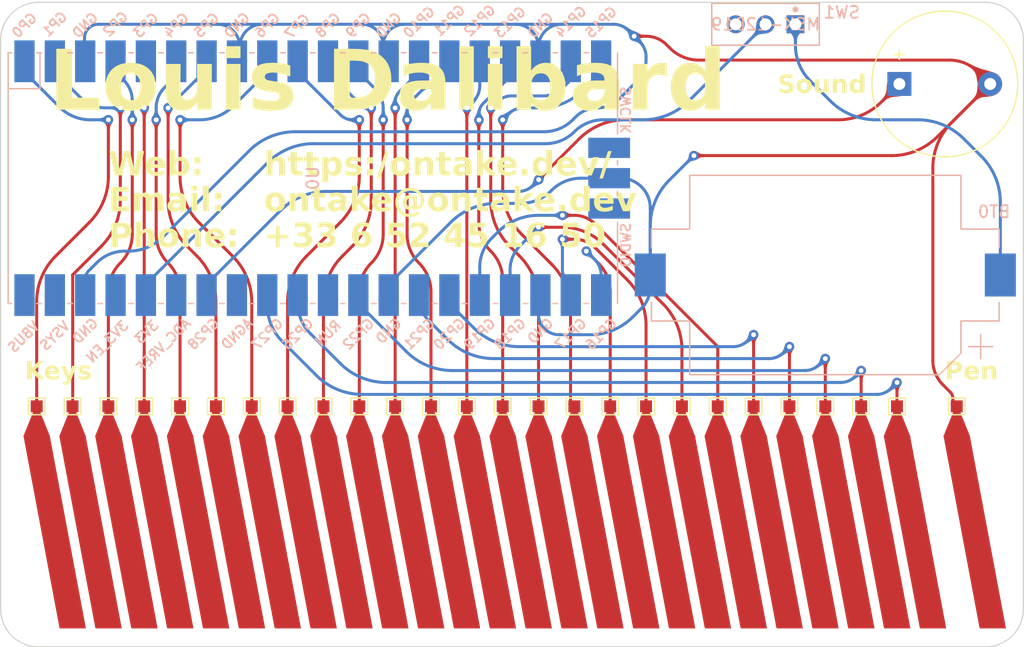
<source format=kicad_pcb>
(kicad_pcb (version 20221018) (generator pcbnew)

  (general
    (thickness 1.6)
  )

  (paper "A4")
  (title_block
    (title "Buisiness Card Synth")
    (date "2023-05-04")
    (rev "1")
    (company "ontake.dev")
  )

  (layers
    (0 "F.Cu" signal)
    (31 "B.Cu" signal)
    (32 "B.Adhes" user "B.Adhesive")
    (33 "F.Adhes" user "F.Adhesive")
    (34 "B.Paste" user)
    (35 "F.Paste" user)
    (36 "B.SilkS" user "B.Silkscreen")
    (37 "F.SilkS" user "F.Silkscreen")
    (38 "B.Mask" user)
    (39 "F.Mask" user)
    (40 "Dwgs.User" user "User.Drawings")
    (41 "Cmts.User" user "User.Comments")
    (42 "Eco1.User" user "User.Eco1")
    (43 "Eco2.User" user "User.Eco2")
    (44 "Edge.Cuts" user)
    (45 "Margin" user)
    (46 "B.CrtYd" user "B.Courtyard")
    (47 "F.CrtYd" user "F.Courtyard")
    (48 "B.Fab" user)
    (49 "F.Fab" user)
    (50 "User.1" user)
    (51 "User.2" user)
    (52 "User.3" user)
    (53 "User.4" user)
    (54 "User.5" user)
    (55 "User.6" user)
    (56 "User.7" user)
    (57 "User.8" user)
    (58 "User.9" user)
  )

  (setup
    (pad_to_mask_clearance 0)
    (pcbplotparams
      (layerselection 0x00010fc_ffffffff)
      (plot_on_all_layers_selection 0x0000000_00000000)
      (disableapertmacros false)
      (usegerberextensions false)
      (usegerberattributes true)
      (usegerberadvancedattributes true)
      (creategerberjobfile true)
      (dashed_line_dash_ratio 12.000000)
      (dashed_line_gap_ratio 3.000000)
      (svgprecision 6)
      (plotframeref false)
      (viasonmask false)
      (mode 1)
      (useauxorigin false)
      (hpglpennumber 1)
      (hpglpenspeed 20)
      (hpglpendiameter 15.000000)
      (dxfpolygonmode true)
      (dxfimperialunits true)
      (dxfusepcbnewfont true)
      (psnegative false)
      (psa4output false)
      (plotreference true)
      (plotvalue true)
      (plotinvisibletext false)
      (sketchpadsonfab false)
      (subtractmaskfromsilk false)
      (outputformat 1)
      (mirror false)
      (drillshape 1)
      (scaleselection 1)
      (outputdirectory "")
    )
  )

  (net 0 "")
  (net 1 "Net-(BT0-+)")
  (net 2 "GND")
  (net 3 "Net-(BZ1--)")
  (net 4 "+3V0")
  (net 5 "unconnected-(SW1-C-Pad3)")
  (net 6 "Net-(U0-GPIO0)")
  (net 7 "Net-(U0-GPIO1)")
  (net 8 "Net-(U0-GPIO2)")
  (net 9 "Net-(U0-GPIO3)")
  (net 10 "Net-(U0-GPIO4)")
  (net 11 "Net-(U0-GPIO5)")
  (net 12 "Net-(U0-GPIO6)")
  (net 13 "Net-(U0-GPIO7)")
  (net 14 "Net-(U0-GPIO8)")
  (net 15 "Net-(U0-GPIO9)")
  (net 16 "Net-(U0-GPIO10)")
  (net 17 "Net-(U0-GPIO11)")
  (net 18 "Net-(U0-GPIO12)")
  (net 19 "Net-(U0-GPIO13)")
  (net 20 "Net-(U0-GPIO14)")
  (net 21 "Net-(U0-GPIO15)")
  (net 22 "Net-(U0-GPIO16)")
  (net 23 "Net-(U0-GPIO17)")
  (net 24 "Net-(U0-GPIO18)")
  (net 25 "Net-(U0-GPIO19)")
  (net 26 "Net-(U0-GPIO20)")
  (net 27 "Net-(U0-GPIO21)")
  (net 28 "Net-(U0-GPIO22)")
  (net 29 "Net-(U0-GPIO26_ADC0)")
  (net 30 "Net-(U0-GPIO27_ADC1)")
  (net 31 "unconnected-(U0-RUN-Pad30)")
  (net 32 "unconnected-(U0-AGND-Pad33)")
  (net 33 "unconnected-(U0-ADC_VREF-Pad35)")
  (net 34 "unconnected-(U0-3V3_EN-Pad37)")
  (net 35 "unconnected-(U0-VSYS-Pad39)")
  (net 36 "unconnected-(U0-VBUS-Pad40)")
  (net 37 "unconnected-(U0-SWCLK-Pad41)")
  (net 38 "unconnected-(U0-SWDIO-Pad43)")

  (footprint "Library:BuisinessCardKey" (layer "F.Cu") (at 212 61))

  (footprint "Library:BuisinessCardKey" (layer "F.Cu") (at 206 61))

  (footprint "Library:BuisinessCardKey" (layer "F.Cu") (at 233 61))

  (footprint "Buzzer_Beeper:Buzzer_12x9.5RM7.6" (layer "F.Cu") (at 266.2 34))

  (footprint "Library:BuisinessCardKey" (layer "F.Cu") (at 227 61))

  (footprint "Library:BuisinessCardKey" (layer "F.Cu") (at 239 61))

  (footprint "Library:BuisinessCardKey" (layer "F.Cu") (at 271 61))

  (footprint "Library:BuisinessCardKey" (layer "F.Cu") (at 194 61))

  (footprint "Library:BuisinessCardKey" (layer "F.Cu") (at 224 61))

  (footprint "Library:BuisinessCardKey" (layer "F.Cu") (at 197 61))

  (footprint "Library:BuisinessCardKey" (layer "F.Cu") (at 254 61))

  (footprint "Library:BuisinessCardKey" (layer "F.Cu") (at 242 61))

  (footprint "Library:BuisinessCardKey" (layer "F.Cu") (at 248 61))

  (footprint "Library:BuisinessCardKey" (layer "F.Cu") (at 260 61))

  (footprint "Library:BuisinessCardKey" (layer "F.Cu") (at 245 61))

  (footprint "Library:BuisinessCardKey" (layer "F.Cu") (at 215 61))

  (footprint "Library:BuisinessCardKey" (layer "F.Cu") (at 257 61))

  (footprint "Library:BuisinessCardKey" (layer "F.Cu") (at 218 61))

  (footprint "Library:BuisinessCardKey" (layer "F.Cu") (at 236 61))

  (footprint "Library:BuisinessCardKey" (layer "F.Cu") (at 263 61))

  (footprint "Library:BuisinessCardKey" (layer "F.Cu") (at 251 61))

  (footprint "Library:BuisinessCardKey" (layer "F.Cu") (at 230 61))

  (footprint "Library:BuisinessCardKey" (layer "F.Cu") (at 221 61))

  (footprint "Library:BuisinessCardKey" (layer "F.Cu") (at 209 61))

  (footprint "Library:BuisinessCardKey" (layer "F.Cu") (at 266 61))

  (footprint "Library:BuisinessCardKey" (layer "F.Cu") (at 203 61))

  (footprint "Library:BuisinessCardKey" (layer "F.Cu") (at 200 61))

  (footprint "Battery:BatteryHolder_Keystone_1060_1x2032" (layer "B.Cu") (at 260 50 180))

  (footprint "eec:MSK-12D19" (layer "B.Cu") (at 255 29 180))

  (footprint "MCU_RaspberryPi_and_Boards:RPi_Pico_SMD_TH" (layer "B.Cu") (at 217.11 41.89 -90))

  (gr_arc (start 194.155 81.14) (mid 191.909936 80.210064) (end 190.98 77.965)
    (stroke (width 0.1) (type default)) (layer "Edge.Cuts") (tstamp 1e166c16-f493-42e3-a697-acf322ec3e11))
  (gr_arc (start 190.98 30.335) (mid 191.909936 28.089936) (end 194.155 27.16)
    (stroke (width 0.1) (type default)) (layer "Edge.Cuts") (tstamp 322652a7-bb84-4ad1-a0e0-7ebea0574084))
  (gr_arc (start 273.405 27.16) (mid 275.650064 28.089936) (end 276.58 30.335)
    (stroke (width 0.1) (type default)) (layer "Edge.Cuts") (tstamp 33efbf1b-129a-43c8-8089-d1f770b75b3f))
  (gr_line (start 276.58 30.335) (end 276.58 77.965)
    (stroke (width 0.1) (type default)) (layer "Edge.Cuts") (tstamp 6037ea68-982c-4fc7-a012-93011a735720))
  (gr_line (start 190.98 77.965) (end 190.98 30.335)
    (stroke (width 0.1) (type default)) (layer "Edge.Cuts") (tstamp 70cbc4b7-13d2-4bad-b1c6-84f9be020eda))
  (gr_line (start 194.155 27.16) (end 273.405 27.16)
    (stroke (width 0.1) (type default)) (layer "Edge.Cuts") (tstamp 7a1ef152-d33e-4588-b49d-3930ec7e0a52))
  (gr_line (start 273.405 81.14) (end 194.155 81.14)
    (stroke (width 0.1) (type default)) (layer "Edge.Cuts") (tstamp 81aa6b88-c6b1-4f08-b2ce-4863a75c225e))
  (gr_arc (start 276.58 77.965) (mid 275.650064 80.210064) (end 273.405 81.14)
    (stroke (width 0.1) (type default)) (layer "Edge.Cuts") (tstamp 9699dec5-b4c9-40aa-ac9a-1dc5c06d9f4c))
  (gr_text "https:/ontake.dev/" (at 213 42) (layer "F.SilkS") (tstamp 20db9403-f8b0-4ca0-a567-a567935cc919)
    (effects (font (face "Begika") (size 2 2) (thickness 0.3) bold) (justify left bottom))
    (render_cache "https:/ontake.dev/" 0
      (polygon
        (pts
          (xy 214.27397 41.50173)          (xy 214.272315 41.524514)          (xy 214.267414 41.545793)          (xy 214.259364 41.565297)
          (xy 214.248264 41.582758)          (xy 214.234209 41.597906)          (xy 214.217298 41.610472)          (xy 214.197628 41.620187)
          (xy 214.175296 41.626782)          (xy 214.102512 41.66)          (xy 215.005722 41.66)          (xy 214.932937 41.626782)
          (xy 214.910605 41.620187)          (xy 214.890935 41.610472)          (xy 214.874024 41.597906)          (xy 214.85997 41.582758)
          (xy 214.848869 41.565297)          (xy 214.84082 41.545793)          (xy 214.835919 41.524514)          (xy 214.834263 41.50173)
          (xy 214.834263 40.617083)          (xy 214.833771 40.590776)          (xy 214.832295 40.564994)          (xy 214.829836 40.539757)
          (xy 214.826394 40.515084)          (xy 214.821971 40.490997)          (xy 214.816566 40.467516)          (xy 214.810181 40.44466)
          (xy 214.802817 40.422452)          (xy 214.794474 40.40091)          (xy 214.785152 40.380055)          (xy 214.774853 40.359908)
          (xy 214.763578 40.340489)          (xy 214.751326 40.321819)          (xy 214.738099 40.303917)          (xy 214.723898 40.286805)
          (xy 214.708722 40.270502)          (xy 214.692574 40.255029)          (xy 214.675453 40.240407)          (xy 214.65736 40.226656)
          (xy 214.638297 40.213796)          (xy 214.618263 40.201847)          (xy 214.597259 40.190831)          (xy 214.575287 40.180766)
          (xy 214.552346 40.171675)          (xy 214.528438 40.163577)          (xy 214.503563 40.156493)          (xy 214.477723 40.150442)
          (xy 214.450917 40.145446)          (xy 214.423146 40.141524)          (xy 214.394411 40.138698)          (xy 214.364714 40.136987)
          (xy 214.334054 40.136413)          (xy 214.307581 40.136834)          (xy 214.281481 40.138082)          (xy 214.255769 40.140134)
          (xy 214.230463 40.142967)          (xy 214.205581 40.146558)          (xy 214.181139 40.150883)          (xy 214.157155 40.15592)
          (xy 214.133645 40.161646)          (xy 214.110627 40.168037)          (xy 214.088117 40.17507)          (xy 214.066133 40.182723)
          (xy 214.044692 40.190972)          (xy 214.023811 40.199794)          (xy 214.003507 40.209167)          (xy 213.983797 40.219066)
          (xy 213.964698 40.229469)          (xy 213.946227 40.240353)          (xy 213.928402 40.251695)          (xy 213.911239 40.263472)
          (xy 213.894756 40.27566)          (xy 213.878969 40.288236)          (xy 213.863896 40.301179)          (xy 213.849553 40.314463)
          (xy 213.823129 40.341967)          (xy 213.799833 40.370564)          (xy 213.779802 40.400068)          (xy 213.763172 40.430296)
          (xy 213.756175 40.445624)          (xy 213.756175 39.57905)          (xy 213.709769 39.57905)          (xy 213.689898 39.58631)
          (xy 213.670461 39.593259)          (xy 213.651408 39.599904)          (xy 213.632688 39.606254)          (xy 213.596047 39.618106)
          (xy 213.56014 39.628884)          (xy 213.524564 39.638657)          (xy 213.48892 39.647495)          (xy 213.452807 39.655467)
          (xy 213.415823 39.662643)          (xy 213.377568 39.669091)          (xy 213.357839 39.672065)          (xy 213.337642 39.674882)
          (xy 213.316927 39.677553)          (xy 213.295644 39.680085)          (xy 213.273743 39.682488)          (xy 213.251173 39.684769)
          (xy 213.227885 39.686939)          (xy 213.203828 39.689004)          (xy 213.178952 39.690975)          (xy 213.153208 39.692859)
          (xy 213.126546 39.694666)          (xy 213.098914 39.696403)          (xy 213.070263 39.698081)          (xy 213.040544 39.699706)
          (xy 213.09672 39.729993)          (xy 213.119479 39.736648)          (xy 213.139668 39.746235)          (xy 213.157144 39.758569)
          (xy 213.171763 39.773468)          (xy 213.183383 39.790748)          (xy 213.19186 39.810226)          (xy 213.197051 39.83172)
          (xy 213.198813 39.855045)          (xy 213.198813 41.50173)          (xy 213.197052 41.524374)          (xy 213.191868 41.545587)
          (xy 213.183409 41.565083)          (xy 213.171824 41.582575)          (xy 213.157263 41.597777)          (xy 213.139874 41.610403)
          (xy 213.119806 41.620167)          (xy 213.097208 41.626782)          (xy 213.024424 41.66)          (xy 213.936427 41.66)
          (xy 213.857292 41.626782)          (xy 213.834855 41.620167)          (xy 213.814908 41.610403)          (xy 213.797606 41.597777)
          (xy 213.783103 41.582575)          (xy 213.771554 41.565083)          (xy 213.763113 41.545587)          (xy 213.757936 41.524374)
          (xy 213.756175 41.50173)          (xy 213.756175 40.832505)          (xy 213.756311 40.806284)          (xy 213.757253 40.780662)
          (xy 213.758982 40.755654)          (xy 213.761477 40.731277)          (xy 213.764718 40.707544)          (xy 213.768685 40.684472)
          (xy 213.773357 40.662075)          (xy 213.778714 40.64037)          (xy 213.784736 40.61937)          (xy 213.791403 40.599092)
          (xy 213.798693 40.579551)          (xy 213.806588 40.560763)          (xy 213.815066 40.542741)          (xy 213.833691 40.509062)
          (xy 213.854406 40.478636)          (xy 213.87705 40.451585)          (xy 213.90146 40.428033)          (xy 213.927472 40.408101)
          (xy 213.954926 40.391912)          (xy 213.983657 40.379587)          (xy 214.013505 40.371251)          (xy 214.044306 40.367023)
          (xy 214.060013 40.366489)          (xy 214.085439 40.367993)          (xy 214.109318 40.37247)          (xy 214.131637 40.379875)
          (xy 214.152383 40.390158)          (xy 214.171543 40.403272)          (xy 214.189105 40.419169)          (xy 214.205056 40.4378)
          (xy 214.219382 40.459118)          (xy 214.232071 40.483076)          (xy 214.24311 40.509624)          (xy 214.252486 40.538716)
          (xy 214.260186 40.570302)          (xy 214.266197 40.604336)          (xy 214.270507 40.640769)          (xy 214.273102 40.679554)
          (xy 214.273753 40.699813)          (xy 214.27397 40.720642)
        )
      )
      (polygon
        (pts
          (xy 215.02233 40.21457)          (xy 215.042608 40.223878)          (xy 215.060814 40.236186)          (xy 215.076753 40.25115)
          (xy 215.09023 40.268426)          (xy 215.101051 40.287671)          (xy 215.109021 40.308543)          (xy 215.113946 40.330696)
          (xy 215.115631 40.353789)          (xy 215.115631 41.207662)          (xy 215.115987 41.2323)          (xy 215.117059 41.256643)
          (xy 215.118852 41.280659)          (xy 215.121374 41.304316)          (xy 215.124629 41.327582)          (xy 215.128624 41.350425)
          (xy 215.133364 41.372813)          (xy 215.138857 41.394714)          (xy 215.145107 41.416096)          (xy 215.152121 41.436927)
          (xy 215.159905 41.457176)          (xy 215.168465 41.476811)          (xy 215.177806 41.495799)          (xy 215.187935 41.514108)
          (xy 215.198858 41.531707)          (xy 215.21058 41.548564)          (xy 215.223109 41.564646)          (xy 215.236449 41.579923)
          (xy 215.250606 41.594361)          (xy 215.265588 41.607929)          (xy 215.281399 41.620595)          (xy 215.298045 41.632328)
          (xy 215.315534 41.643094)          (xy 215.33387 41.652863)          (xy 215.353059 41.661602)          (xy 215.373109 41.66928)
          (xy 215.394024 41.675864)          (xy 215.41581 41.681322)          (xy 215.438475 41.685623)          (xy 215.462022 41.688735)
          (xy 215.48646 41.690625)          (xy 215.511793 41.691263)          (xy 215.54972 41.689835)          (xy 215.586984 41.685518)
          (xy 215.623395 41.678263)          (xy 215.658758 41.668021)          (xy 215.692883 41.654742)          (xy 215.725575 41.638377)
          (xy 215.756643 41.618877)          (xy 215.785894 41.596191)          (xy 215.813136 41.570271)          (xy 215.838177 41.541068)
          (xy 215.849811 41.525219)          (xy 215.860823 41.508531)          (xy 215.871188 41.490997)          (xy 215.880882 41.472612)
          (xy 215.889882 41.453368)          (xy 215.898162 41.433261)          (xy 215.9057 41.412283)          (xy 215.91247 41.390429)
          (xy 215.91845 41.367692)          (xy 215.923615 41.344066)          (xy 215.92794 41.319546)          (xy 215.931402 41.294124)
          (xy 215.918638 41.309914)          (xy 215.900416 41.330141)          (xy 215.883332 41.346567)          (xy 215.86742 41.359587)
          (xy 215.848086 41.372327)          (xy 215.827055 41.382142)          (xy 215.806625 41.387361)          (xy 215.791695 41.388401)
          (xy 215.770914 41.386809)          (xy 215.74465 41.378766)          (xy 215.723735 41.364542)          (xy 215.707559 41.344818)
          (xy 215.695515 41.320276)          (xy 215.68948 41.301573)          (xy 215.68483 41.281233)          (xy 215.681385 41.259458)
          (xy 215.678965 41.23645)          (xy 215.67739 41.212409)          (xy 215.676478 41.187539)          (xy 215.67605 41.16204)
          (xy 215.675926 41.136115)          (xy 215.675924 41.109965)          (xy 215.675924 40.254626)          (xy 215.835659 40.254626)
          (xy 215.835659 40.167187)          (xy 215.675924 40.167187)          (xy 215.675924 39.72755)          (xy 215.613886 39.72755)
          (xy 215.613373 39.749656)          (xy 215.61182 39.771534)          (xy 215.609206 39.793155)          (xy 215.60551 39.814492)
          (xy 215.60071 39.835517)          (xy 215.594785 39.856201)          (xy 215.587715 39.876517)          (xy 215.579479 39.896436)
          (xy 215.570054 39.915932)          (xy 215.559421 39.934975)          (xy 215.547557 39.953537)          (xy 215.534443 39.971592)
          (xy 215.520056 39.98911)          (xy 215.504375 40.006063)          (xy 215.487381 40.022425)          (xy 215.46905 40.038166)
          (xy 215.449363 40.053259)          (xy 215.428299 40.067675)          (xy 215.405835 40.081388)          (xy 215.381951 40.094368)
          (xy 215.356626 40.106587)          (xy 215.329839 40.118019)          (xy 215.301569 40.128634)          (xy 215.271794 40.138405)
          (xy 215.240493 40.147303)          (xy 215.207646 40.155302)          (xy 215.173231 40.162372)          (xy 215.137227 40.168486)
          (xy 215.099614 40.173615)          (xy 215.060369 40.177733)          (xy 215.019472 40.18081)          (xy 214.976901 40.182819)
        )
      )
      (polygon
        (pts
          (xy 216.05792 40.21457)          (xy 216.078198 40.223878)          (xy 216.096403 40.236186)          (xy 216.112342 40.25115)
          (xy 216.125819 40.268426)          (xy 216.136641 40.287671)          (xy 216.144611 40.308543)          (xy 216.149536 40.330696)
          (xy 216.151221 40.353789)          (xy 216.151221 41.207662)          (xy 216.151577 41.2323)          (xy 216.152648 41.256643)
          (xy 216.154442 41.280659)          (xy 216.156963 41.304316)          (xy 216.160218 41.327582)          (xy 216.164213 41.350425)
          (xy 216.168954 41.372813)          (xy 216.174447 41.394714)          (xy 216.180697 41.416096)          (xy 216.187711 41.436927)
          (xy 216.195495 41.457176)          (xy 216.204054 41.476811)          (xy 216.213396 41.495799)          (xy 216.223525 41.514108)
          (xy 216.234448 41.531707)          (xy 216.24617 41.548564)          (xy 216.258698 41.564646)          (xy 216.272038 41.579923)
          (xy 216.286196 41.594361)          (xy 216.301177 41.607929)          (xy 216.316988 41.620595)          (xy 216.333635 41.632328)
          (xy 216.351123 41.643094)          (xy 216.369459 41.652863)          (xy 216.388649 41.661602)          (xy 216.408698 41.66928)
          (xy 216.429613 41.675864)          (xy 216.4514 41.681322)          (xy 216.474064 41.685623)          (xy 216.497612 41.688735)
          (xy 216.52205 41.690625)          (xy 216.547383 41.691263)          (xy 216.585309 41.689835)          (xy 216.622574 41.685518)
          (xy 216.658985 41.678263)          (xy 216.694348 41.668021)          (xy 216.728472 41.654742)          (xy 216.761165 41.638377)
          (xy 216.792233 41.618877)          (xy 216.821484 41.596191)          (xy 216.848726 41.570271)          (xy 216.873766 41.541068)
          (xy 216.885401 41.525219)          (xy 216.896412 41.508531)          (xy 216.906777 41.490997)          (xy 216.916472 41.472612)
          (xy 216.925471 41.453368)          (xy 216.933752 41.433261)          (xy 216.941289 41.412283)          (xy 216.94806 41.390429)
          (xy 216.95404 41.367692)          (xy 216.959204 41.344066)          (xy 216.96353 41.319546)          (xy 216.966992 41.294124)
          (xy 216.954228 41.309914)          (xy 216.936006 41.330141)          (xy 216.918922 41.346567)          (xy 216.90301 41.359587)
          (xy 216.883676 41.372327)          (xy 216.862645 41.382142)          (xy 216.842215 41.387361)          (xy 216.827285 41.388401)
          (xy 216.806504 41.386809)          (xy 216.78024 41.378766)          (xy 216.759324 41.364542)          (xy 216.743149 41.344818)
          (xy 216.731104 41.320276)          (xy 216.725069 41.301573)          (xy 216.72042 41.281233)          (xy 216.716975 41.259458)
          (xy 216.714555 41.23645)          (xy 216.712979 41.212409)          (xy 216.712068 41.187539)          (xy 216.71164 41.16204)
          (xy 216.711515 41.136115)          (xy 216.711514 41.109965)          (xy 216.711514 40.254626)          (xy 216.871249 40.254626)
          (xy 216.871249 40.167187)          (xy 216.711514 40.167187)          (xy 216.711514 39.72755)          (xy 216.649476 39.72755)
          (xy 216.648963 39.749656)          (xy 216.64741 39.771534)          (xy 216.644796 39.793155)          (xy 216.641099 39.814492)
          (xy 216.636299 39.835517)          (xy 216.630375 39.856201)          (xy 216.623305 39.876517)          (xy 216.615068 39.896436)
          (xy 216.605644 39.915932)          (xy 216.59501 39.934975)          (xy 216.583147 39.953537)          (xy 216.570032 39.971592)
          (xy 216.555645 39.98911)          (xy 216.539965 40.006063)          (xy 216.52297 40.022425)          (xy 216.50464 40.038166)
          (xy 216.484953 40.053259)          (xy 216.463888 40.067675)          (xy 216.441425 40.081388)          (xy 216.417541 40.094368)
          (xy 216.392216 40.106587)          (xy 216.365429 40.118019)          (xy 216.337158 40.128634)          (xy 216.307383 40.138405)
          (xy 216.276083 40.147303)          (xy 216.243236 40.155302)          (xy 216.208821 40.162372)          (xy 216.172817 40.168486)
          (xy 216.135203 40.173615)          (xy 216.095958 40.177733)          (xy 216.055061 40.18081)          (xy 216.012491 40.182819)
        )
      )
      (polygon
        (pts
          (xy 218.238166 40.137332)          (xy 218.268591 40.140067)          (xy 218.298498 40.144587)          (xy 218.327856 40.150857)
          (xy 218.356631 40.158847)          (xy 218.384791 40.168522)          (xy 218.412303 40.179852)          (xy 218.439135 40.192802)
          (xy 218.465255 40.207341)          (xy 218.490629 40.223436)          (xy 218.515225 40.241054)          (xy 218.539011 40.260164)
          (xy 218.561954 40.280731)          (xy 218.584022 40.302724)          (xy 218.605182 40.326111)          (xy 218.625401 40.350858)
          (xy 218.644647 40.376933)          (xy 218.662887 40.404304)          (xy 218.680089 40.432937)          (xy 218.69622 40.462801)
          (xy 218.711247 40.493863)          (xy 218.725139 40.52609)          (xy 218.737862 40.55945)          (xy 218.749385 40.59391)
          (xy 218.759673 40.629438)          (xy 218.768695 40.666)          (xy 218.776419 40.703565)          (xy 218.782811 40.742101)
          (xy 218.78784 40.781573)          (xy 218.791472 40.82195)          (xy 218.793675 40.8632)          (xy 218.794417 40.905289)
          (xy 218.793669 40.947427)          (xy 218.791447 40.98882)          (xy 218.787782 41.029428)          (xy 218.782705 41.069212)
          (xy 218.776246 41.108135)          (xy 218.768438 41.146156)          (xy 218.759311 41.183237)          (xy 218.748896 41.21934)
          (xy 218.737225 41.254425)          (xy 218.724328 41.288453)          (xy 218.710237 41.321387)          (xy 218.694983 41.353187)
          (xy 218.678597 41.383813)          (xy 218.66111 41.413229)          (xy 218.642554 41.441393)          (xy 218.622958 41.468269)
          (xy 218.602356 41.493816)          (xy 218.580776 41.517997)          (xy 218.558252 41.540772)          (xy 218.534813 41.562102)
          (xy 218.510492 41.581949)          (xy 218.485318 41.600274)          (xy 218.459324 41.617038)          (xy 218.43254 41.632202)
          (xy 218.404998 41.645727)          (xy 218.376729 41.657575)          (xy 218.347763 41.667707)          (xy 218.318132 41.676083)
          (xy 218.287867 41.682666)          (xy 218.256999 41.687416)          (xy 218.22556 41.690294)          (xy 218.193579 41.691263)
          (xy 218.172446 41.690835)          (xy 218.151643 41.689559)          (xy 218.131178 41.687446)          (xy 218.111061 41.684505)
          (xy 218.0913 41.680747)          (xy 218.071905 41.676183)          (xy 218.052885 41.670824)          (xy 218.016006 41.657758)
          (xy 217.980734 41.641635)          (xy 217.947141 41.622537)          (xy 217.915301 41.600549)          (xy 217.885285 41.575754)
          (xy 217.870984 41.562331)          (xy 217.857166 41.548237)          (xy 217.84384 41.533483)          (xy 217.831015 41.518079)
          (xy 217.818701 41.502037)          (xy 217.806906 41.485367)          (xy 217.795639 41.468078)          (xy 217.78491 41.450182)
          (xy 217.774727 41.431689)          (xy 217.765099 41.412609)          (xy 217.756036 41.392953)          (xy 217.747547 41.372732)
          (xy 217.73964 41.351955)          (xy 217.732325 41.330634)          (xy 217.72561 41.308778)          (xy 217.741242 42.086936)
          (xy 217.743005 42.109481)          (xy 217.748203 42.130457)          (xy 217.756698 42.14967)          (xy 217.768353 42.166926)
          (xy 217.78303 42.182029)          (xy 217.800593 42.194784)          (xy 217.820903 42.204999)          (xy 217.843824 42.212477)
          (xy 217.904396 42.245694)          (xy 217.020725 42.245694)          (xy 217.081297 42.212477)          (xy 217.104218 42.204999)
          (xy 217.124528 42.194784)          (xy 217.142091 42.182029)          (xy 217.156769 42.166926)          (xy 217.168423 42.14967)
          (xy 217.176919 42.130457)          (xy 217.182116 42.109481)          (xy 217.183879 42.086936)          (xy 217.183879 40.964396)
          (xy 217.741242 40.964396)          (xy 217.74235 40.991198)          (xy 217.744019 41.017636)          (xy 217.746236 41.043679)
          (xy 217.74899 41.069293)          (xy 217.752267 41.094448)          (xy 217.756057 41.119111)          (xy 217.760346 41.143251)
          (xy 217.765124 41.166835)          (xy 217.770377 41.189832)          (xy 217.776095 41.212209)          (xy 217.782263 41.233935)
          (xy 217.788872 41.254977)          (xy 217.795908 41.275304)          (xy 217.803359 41.294885)          (xy 217.811214 41.313686)
          (xy 217.81946 41.331676)          (xy 217.837078 41.365096)          (xy 217.856117 41.394888)          (xy 217.876479 41.420798)
          (xy 217.898068 41.44257)          (xy 217.920788 41.459948)          (xy 217.944542 41.472678)          (xy 217.969234 41.480503)
          (xy 217.994766 41.483168)          (xy 218.007614 41.48251)          (xy 218.032602 41.477304)          (xy 218.056571 41.467039)
          (xy 218.079427 41.45187)          (xy 218.101079 41.431949)          (xy 218.121434 41.407432)          (xy 218.1404 41.378471)
          (xy 218.157883 41.345221)          (xy 218.166041 41.327035)          (xy 218.173794 41.307835)          (xy 218.18113 41.28764)
          (xy 218.188038 41.266468)          (xy 218.194506 41.244339)          (xy 218.200523 41.221273)          (xy 218.206077 41.197288)
          (xy 218.211158 41.172403)          (xy 218.215752 41.146639)          (xy 218.219849 41.120014)          (xy 218.223437 41.092547)
          (xy 218.226505 41.064258)          (xy 218.229041 41.035166)          (xy 218.231034 41.00529)          (xy 218.232471 40.974649)
          (xy 218.233342 40.943263)          (xy 218.233635 40.911151)          (xy 218.23335 40.879525)          (xy 218.2325 40.848593)
          (xy 218.231099 40.818374)          (xy 218.229158 40.788888)          (xy 218.226688 40.760157)          (xy 218.223702 40.732201)
          (xy 218.22021 40.705039)          (xy 218.216225 40.678693)          (xy 218.211759 40.653182)          (xy 218.206823 40.628528)
          (xy 218.201428 40.60475)          (xy 218.195588 40.58187)          (xy 218.189312 40.559906)          (xy 218.182614 40.53888)
          (xy 218.175504 40.518813)          (xy 218.167995 40.499724)          (xy 218.151825 40.464563)          (xy 218.134197 40.433561)
          (xy 218.115205 40.406881)          (xy 218.094943 40.384685)          (xy 218.073505 40.367139)          (xy 218.050985 40.354403)
          (xy 218.027475 40.346642)          (xy 218.00307 40.344019)          (xy 217.976897 40.347)          (xy 217.951408 40.355705)
          (xy 217.926736 40.369782)          (xy 217.903014 40.388876)          (xy 217.880378 40.412632)          (xy 217.85896 40.440696)
          (xy 217.838895 40.472715)          (xy 217.829411 40.490096)          (xy 217.820315 40.508333)          (xy 217.811625 40.527382)
          (xy 217.803356 40.547198)          (xy 217.795526 40.567736)          (xy 217.788151 40.588954)          (xy 217.781247 40.610805)
          (xy 217.774833 40.633247)          (xy 217.768924 40.656234)          (xy 217.763536 40.679723)          (xy 217.758688 40.703669)
          (xy 217.754395 40.728029)          (xy 217.750675 40.752756)          (xy 217.747543 40.777809)          (xy 217.745018 40.803141)
          (xy 217.743114 40.828709)          (xy 217.74185 40.854469)          (xy 217.741242 40.880376)          (xy 217.741242 40.964396)
          (xy 217.183879 40.964396)          (xy 217.183879 40.437808)          (xy 217.182124 40.415265)          (xy 217.17698 40.394303)
          (xy 217.16863 40.375126)          (xy 217.157257 40.357941)          (xy 217.143045 40.342954)          (xy 217.126177 40.330372)
          (xy 217.106836 40.3204)          (xy 217.085205 40.313244)          (xy 217.081786 40.297613)          (xy 217.106403 40.294618)
          (xy 217.130273 40.291672)          (xy 217.153435 40.28876)          (xy 217.175928 40.285872)          (xy 217.197793 40.282995)
          (xy 217.219067 40.280115)          (xy 217.239792 40.277222)          (xy 217.260007 40.274303)          (xy 217.279751 40.271345)
          (xy 217.299063 40.268336)          (xy 217.336552 40.262116)          (xy 217.372791 40.255543)          (xy 217.408094 40.24852)
          (xy 217.44278 40.240947)          (xy 217.477164 40.232726)          (xy 217.511562 40.223758)          (xy 217.54629 40.213944)
          (xy 217.581665 40.203186)          (xy 217.618004 40.191384)          (xy 217.636633 40.185062)          (xy 217.655622 40.178441)
          (xy 217.675009 40.17151)          (xy 217.694836 40.164256)          (xy 217.741242 40.164256)          (xy 217.72561 40.527201)
          (xy 217.732582 40.504591)          (xy 217.740207 40.482562)          (xy 217.748473 40.461124)          (xy 217.757365 40.440285)
          (xy 217.766872 40.420054)          (xy 217.77698 40.400441)          (xy 217.787675 40.381453)          (xy 217.798944 40.363101)
          (xy 217.810774 40.345392)          (xy 217.823152 40.328336)          (xy 217.836065 40.311943)          (xy 217.849498 40.29622)
          (xy 217.86344 40.281177)          (xy 217.877877 40.266823)          (xy 217.892795 40.253166)          (xy 217.908182 40.240216)
          (xy 217.924023 40.227981)          (xy 217.940307 40.216471)          (xy 217.957019 40.205695)          (xy 217.974146 40.195661)
          (xy 217.991676 40.186378)          (xy 218.009594 40.177855)          (xy 218.027889 40.170102)          (xy 218.046545 40.163127)
          (xy 218.065551 40.156939)          (xy 218.084893 40.151547)          (xy 218.104557 40.14696)          (xy 218.124531 40.143187)
          (xy 218.144801 40.140236)          (xy 218.165355 40.138118)          (xy 218.186178 40.13684)          (xy 218.207257 40.136413)
        )
      )
      (polygon
        (pts
          (xy 219.868108 41.468025)          (xy 219.86676 41.488121)          (xy 219.862628 41.507314)          (xy 219.852563 41.531093)
          (xy 219.841428 41.547265)          (xy 219.827076 41.561753)          (xy 219.809374 41.574321)          (xy 219.788193 41.584736)
          (xy 219.763403 41.592763)          (xy 219.734872 41.598169)          (xy 219.713709 41.6002)          (xy 219.690788 41.600893)
          (xy 219.654584 41.599097)          (xy 219.620607 41.593811)          (xy 219.588979 41.585182)          (xy 219.55982 41.573362)
          (xy 219.533252 41.558499)          (xy 219.509395 41.540743)          (xy 219.48837 41.520244)          (xy 219.470298 41.497151)
          (xy 219.4553 41.471613)          (xy 219.443497 41.443781)          (xy 219.43501 41.413803)          (xy 219.42996 41.38183)
          (xy 219.428467 41.34801)          (xy 219.430653 41.312494)          (xy 219.436639 41.275431)          (xy 219.441094 41.256366)
          (xy 219.446545 41.236971)          (xy 219.441075 41.21366)          (xy 219.433902 41.191899)          (xy 219.425143 41.171683)
          (xy 219.414916 41.153005)          (xy 219.403338 41.135858)          (xy 219.390526 41.120235)          (xy 219.376598 41.106131)
          (xy 219.353869 41.087808)          (xy 219.32929 41.072865)          (xy 219.303254 41.061281)          (xy 219.27616 41.053033)
          (xy 219.248402 41.048101)          (xy 219.220376 41.046461)          (xy 219.198302 41.047494)          (xy 219.17618 41.050578)
          (xy 219.154212 41.055693)          (xy 219.132602 41.062818)          (xy 219.111552 41.071932)          (xy 219.091267 41.083015)
          (xy 219.07195 41.096045)          (xy 219.053803 41.111003)          (xy 219.03703 41.127866)          (xy 219.021834 41.146615)
          (xy 219.008418 41.167229)          (xy 218.996986 41.189687)          (xy 218.98774 41.213968)          (xy 218.980885 41.240052)
          (xy 218.976622 41.267917)          (xy 218.975157 41.297543)          (xy 218.975964 41.319689)          (xy 218.978367 41.341329)
          (xy 218.982335 41.362451)          (xy 218.987836 41.383042)          (xy 218.994841 41.403089)          (xy 219.003319 41.422579)
          (xy 219.013238 41.441498)          (xy 219.02457 41.459835)          (xy 219.037282 41.477575)          (xy 219.051345 41.494707)
          (xy 219.066728 41.511216)          (xy 219.0834 41.52709)          (xy 219.101331 41.542317)          (xy 219.120489 41.556882)
          (xy 219.140846 41.570774)          (xy 219.162369 41.583979)          (xy 219.185028 41.596484)          (xy 219.208793 41.608276)
          (xy 219.233633 41.619343)          (xy 219.259518 41.62967)          (xy 219.286417 41.639247)          (xy 219.314299 41.648058)
          (xy 219.343134 41.656092)          (xy 219.372891 41.663335)          (xy 219.403539 41.669775)          (xy 219.435049 41.675398)
          (xy 219.467389 41.680191)          (xy 219.500529 41.684142)          (xy 219.534438 41.687238)          (xy 219.569085 41.689465)
          (xy 219.604441 41.690811)          (xy 219.640474 41.691263)          (xy 219.678787 41.690753)          (xy 219.716314 41.689233)
          (xy 219.753026 41.686718)          (xy 219.788894 41.683222)          (xy 219.823892 41.67876)          (xy 219.85799 41.673347)
          (xy 219.891161 41.666997)          (xy 219.923376 41.659725)          (xy 219.954607 41.651546)          (xy 219.984826 41.642474)
          (xy 220.014005 41.632524)          (xy 220.042115 41.621711)          (xy 220.069129 41.610049)          (xy 220.095018 41.597553)
          (xy 220.119754 41.584238)          (xy 220.143309 41.570118)          (xy 220.165655 41.555208)          (xy 220.186763 41.539523)
          (xy 220.206605 41.523078)          (xy 220.225154 41.505886)          (xy 220.242381 41.487963)          (xy 220.258258 41.469324)
          (xy 220.272756 41.449982)          (xy 220.285848 41.429953)          (xy 220.297505 41.409252)          (xy 220.307699 41.387892)
          (xy 220.316402 41.36589)          (xy 220.323586 41.343259)          (xy 220.329223 41.320013)          (xy 220.333284 41.296169)
          (xy 220.335741 41.27174)          (xy 220.336566 41.246741)          (xy 220.334115 41.202872)          (xy 220.326971 41.160794)
          (xy 220.315447 41.120432)          (xy 220.299855 41.081714)          (xy 220.280509 41.044567)          (xy 220.257721 41.008918)
          (xy 220.231805 40.974693)          (xy 220.203072 40.941819)          (xy 220.171837 40.910223)          (xy 220.138411 40.879831)
          (xy 220.103108 40.850572)          (xy 220.066241 40.822371)          (xy 220.028122 40.795155)          (xy 219.989065 40.768851)
          (xy 219.949381 40.743386)          (xy 219.909385 40.718688)          (xy 219.869389 40.694681)          (xy 219.829706 40.671295)
          (xy 219.790649 40.648454)          (xy 219.75253 40.626087)          (xy 219.715663 40.60412)          (xy 219.68036 40.582479)
          (xy 219.646934 40.561093)          (xy 219.615699 40.539887)          (xy 219.586966 40.518788)          (xy 219.56105 40.497723)
          (xy 219.538262 40.476619)          (xy 219.518916 40.455403)          (xy 219.503324 40.434002)          (xy 219.4918 40.412342)
          (xy 219.484656 40.390351)          (xy 219.482205 40.367955)          (xy 219.484683 40.346287)          (xy 219.491932 40.325677)
          (xy 219.503675 40.306361)          (xy 219.519634 40.288571)          (xy 219.539531 40.272543)          (xy 219.563088 40.25851)
          (xy 219.590028 40.246708)          (xy 219.609729 40.240194)          (xy 219.630729 40.234844)          (xy 219.652944 40.230729)
          (xy 219.676292 40.227916)          (xy 219.700691 40.226477)          (xy 219.713258 40.226294)          (xy 219.74599 40.227657)
          (xy 219.775694 40.231705)          (xy 219.8024 40.238372)          (xy 219.826137 40.247597)          (xy 219.846934 40.259314)
          (xy 219.864822 40.273461)          (xy 219.879828 40.289973)          (xy 219.891983 40.308787)          (xy 219.901316 40.329839)
          (xy 219.907856 40.353067)          (xy 219.911633 40.378404)          (xy 219.912675 40.40579)          (xy 219.911013 40.435158)
          (xy 219.906675 40.466447)          (xy 219.899691 40.499591)          (xy 219.89009 40.534528)          (xy 219.894915 40.554817)
          (xy 219.901257 40.57374)          (xy 219.913376 40.59958)          (xy 219.928296 40.622391)          (xy 219.945651 40.642199)
          (xy 219.965073 40.659031)          (xy 219.986195 40.672914)          (xy 220.00865 40.683874)          (xy 220.032071 40.691937)
          (xy 220.056091 40.69713)          (xy 220.080343 40.69948)          (xy 220.088415 40.699637)          (xy 220.108239 40.698735)
          (xy 220.128029 40.696042)          (xy 220.147612 40.691574)          (xy 220.166817 40.685348)          (xy 220.185473 40.677383)
          (xy 220.203408 40.667694)          (xy 220.22045 40.6563)          (xy 220.236427 40.643217)          (xy 220.251167 40.628462)
          (xy 220.264499 40.612053)          (xy 220.276252 40.594006)          (xy 220.286252 40.57434)          (xy 220.294329 40.553071)
          (xy 220.300311 40.530216)          (xy 220.304027 40.505793)          (xy 220.305303 40.479818)          (xy 220.304576 40.460009)
          (xy 220.298848 40.421908)          (xy 220.287608 40.385887)          (xy 220.27108 40.352011)          (xy 220.249491 40.320346)
          (xy 220.236869 40.305363)          (xy 220.223066 40.290958)          (xy 220.208111 40.277138)          (xy 220.192031 40.263913)
          (xy 220.174854 40.251289)          (xy 220.15661 40.239276)          (xy 220.137325 40.227882)          (xy 220.117029 40.217114)
          (xy 220.095749 40.206981)          (xy 220.073513 40.197492)          (xy 220.050351 40.188654)          (xy 220.026289 40.180476)
          (xy 220.001356 40.172966)          (xy 219.975581 40.166132)          (xy 219.948991 40.159982)          (xy 219.921615 40.154525)
          (xy 219.89348 40.149769)          (xy 219.864615 40.145722)          (xy 219.835049 40.142393)          (xy 219.804809 40.139789)
          (xy 219.773923 40.137919)          (xy 219.74242 40.13679)          (xy 219.710327 40.136413)          (xy 219.672975 40.136922)
          (xy 219.636319 40.138439)          (xy 219.600391 40.140946)          (xy 219.565223 40.144426)          (xy 219.530848 40.148861)
          (xy 219.497298 40.154235)          (xy 219.464604 40.16053)          (xy 219.432799 40.167729)          (xy 219.401915 40.175815)
          (xy 219.371984 40.184769)          (xy 219.343038 40.194576)          (xy 219.315109 40.205218)          (xy 219.28823 40.216677)
          (xy 219.262432 40.228936)          (xy 219.237748 40.241978)          (xy 219.214209 40.255786)          (xy 219.191848 40.270343)
          (xy 219.170698 40.285631)          (xy 219.150789 40.301632)          (xy 219.132154 40.318331)          (xy 219.114826 40.335708)
          (xy 219.098836 40.353748)          (xy 219.084216 40.372433)          (xy 219.070999 40.391746)          (xy 219.059217 40.411668)
          (xy 219.048901 40.432184)          (xy 219.040084 40.453276)          (xy 219.032799 40.474927)          (xy 219.027076 40.497118)
          (xy 219.022949 40.519834)          (xy 219.020449 40.543056)          (xy 219.019609 40.566769)          (xy 219.022043 40.607862)
          (xy 219.029138 40.647472)          (xy 219.040583 40.685664)          (xy 219.056068 40.722502)          (xy 219.075281 40.758051)
          (xy 219.097913 40.792377)          (xy 219.123651 40.825543)          (xy 219.152187 40.857616)          (xy 219.183208 40.88866)
          (xy 219.216404 40.918739)          (xy 219.251465 40.94792)          (xy 219.288079 40.976266)          (xy 219.325937 41.003844)
          (xy 219.364726 41.030717)          (xy 219.404137 41.05695)          (xy 219.443859 41.082609)          (xy 219.48358 41.107759)
          (xy 219.522991 41.132464)          (xy 219.561781 41.15679)          (xy 219.599638 41.180801)          (xy 219.636252 41.204562)
          (xy 219.671313 41.228138)          (xy 219.704509 41.251595)          (xy 219.73553 41.274996)          (xy 219.764066 41.298408)
          (xy 219.789804 41.321895)          (xy 219.812436 41.345521)          (xy 219.831649 41.369352)          (xy 219.847134 41.393453)
          (xy 219.858579 41.417889)          (xy 219.865674 41.442725)
        )
      )
      (polygon
        (pts
          (xy 220.536357 40.454417)          (xy 220.538012 40.485781)          (xy 220.542863 40.516376)          (xy 220.550741 40.54603)
          (xy 220.561476 40.574569)          (xy 220.574898 40.60182)          (xy 220.590839 40.62761)          (xy 220.609128 40.651765)
          (xy 220.629596 40.674113)          (xy 220.652074 40.694481)          (xy 220.676391 40.712694)          (xy 220.702378 40.728581)
          (xy 220.729866 40.741967)          (xy 220.758684 40.75268)          (xy 220.788664 40.760547)          (xy 220.819636 40.765394)
          (xy 220.85143 40.767048)          (xy 220.883224 40.765394)          (xy 220.914196 40.760547)          (xy 220.944176 40.75268)
          (xy 220.972994 40.741967)          (xy 221.000482 40.728581)          (xy 221.026469 40.712694)          (xy 221.050786 40.694481)
          (xy 221.073264 40.674113)          (xy 221.093732 40.651765)          (xy 221.112021 40.62761)          (xy 221.127962 40.60182)
          (xy 221.141384 40.574569)          (xy 221.15212 40.54603)          (xy 221.159998 40.516376)          (xy 221.164849 40.485781)
          (xy 221.166503 40.454417)          (xy 221.164849 40.422107)          (xy 221.159998 40.390684)          (xy 221.15212 40.360312)
          (xy 221.141384 40.331158)          (xy 221.127962 40.303386)          (xy 221.112021 40.277162)          (xy 221.093732 40.252651)
          (xy 221.073264 40.230019)          (xy 221.050786 40.20943)          (xy 221.026469 40.19105)          (xy 221.000482 40.175044)
          (xy 220.972994 40.161577)          (xy 220.944176 40.150816)          (xy 220.914196 40.142924)          (xy 220.883224 40.138068)
          (xy 220.85143 40.136413)          (xy 220.819636 40.138068)          (xy 220.788664 40.142924)          (xy 220.758684 40.150816)
          (xy 220.729866 40.161577)          (xy 220.702378 40.175044)          (xy 220.676391 40.19105)          (xy 220.652074 40.20943)
          (xy 220.629596 40.230019)          (xy 220.609128 40.252651)          (xy 220.590839 40.277162)          (xy 220.574898 40.303386)
          (xy 220.561476 40.331158)          (xy 220.550741 40.360312)          (xy 220.542863 40.390684)          (xy 220.538012 40.422107)
        )
      )
      (polygon
        (pts
          (xy 220.536357 41.375701)          (xy 220.538012 41.407098)          (xy 220.542863 41.437786)          (xy 220.550741 41.467585)
          (xy 220.561476 41.496311)          (xy 220.574898 41.523784)          (xy 220.590839 41.549821)          (xy 220.609128 41.574241)
          (xy 220.629596 41.596863)          (xy 220.652074 41.617503)          (xy 220.676391 41.635982)          (xy 220.702378 41.652116)
          (xy 220.729866 41.665724)          (xy 220.758684 41.676624)          (xy 220.788664 41.684636)          (xy 220.819636 41.689576)
          (xy 220.85143 41.691263)          (xy 220.883224 41.689576)          (xy 220.914196 41.684636)          (xy 220.944176 41.676624)
          (xy 220.972994 41.665724)          (xy 221.000482 41.652116)          (xy 221.026469 41.635982)          (xy 221.050786 41.617503)
          (xy 221.073264 41.596863)          (xy 221.093732 41.574241)          (xy 221.112021 41.549821)          (xy 221.127962 41.523784)
          (xy 221.141384 41.496311)          (xy 221.15212 41.467585)          (xy 221.159998 41.437786)          (xy 221.164849 41.407098)
          (xy 221.166503 41.375701)          (xy 221.164849 41.343391)          (xy 221.159998 41.311968)          (xy 221.15212 41.281596)
          (xy 221.141384 41.252442)          (xy 221.127962 41.22467)          (xy 221.112021 41.198446)          (xy 221.093732 41.173935)
          (xy 221.073264 41.151303)          (xy 221.050786 41.130714)          (xy 221.026469 41.112334)          (xy 221.000482 41.096328)
          (xy 220.972994 41.082861)          (xy 220.944176 41.0721)          (xy 220.914196 41.064208)          (xy 220.883224 41.059352)
          (xy 220.85143 41.057697)          (xy 220.819636 41.059352)          (xy 220.788664 41.064208)          (xy 220.758684 41.0721)
          (xy 220.729866 41.082861)          (xy 220.702378 41.096328)          (xy 220.676391 41.112334)          (xy 220.652074 41.130714)
          (xy 220.629596 41.151303)          (xy 220.609128 41.173935)          (xy 220.590839 41.198446)          (xy 220.574898 41.22467)
          (xy 220.561476 41.252442)          (xy 220.550741 41.281596)          (xy 220.542863 41.311968)          (xy 220.538012 41.343391)
        )
      )
      (polygon
        (pts
          (xy 221.300837 41.830969)          (xy 221.392672 41.830969)          (xy 221.994487 39.57905)          (xy 221.902651 39.57905)
        )
      )
      (polygon
        (pts
          (xy 223.034818 40.137311)          (xy 223.079614 40.139988)          (xy 223.123401 40.144416)          (xy 223.166146 40.150568)
          (xy 223.20782 40.158416)          (xy 223.248391 40.167933)          (xy 223.287827 40.179091)          (xy 223.326099 40.191863)
          (xy 223.363173 40.206222)          (xy 223.399021 40.222139)          (xy 223.43361 40.239588)          (xy 223.466908 40.258541)
          (xy 223.498886 40.27897)          (xy 223.529512 40.300849)          (xy 223.558755 40.324149)          (xy 223.586584 40.348843)
          (xy 223.612967 40.374904)          (xy 223.637873 40.402304)          (xy 223.661272 40.431016)          (xy 223.683132 40.461012)
          (xy 223.703422 40.492266)          (xy 223.722111 40.524748)          (xy 223.739168 40.558433)          (xy 223.754562 40.593292)
          (xy 223.768261 40.629298)          (xy 223.780234 40.666424)          (xy 223.790451 40.704641)          (xy 223.79888 40.743924)
          (xy 223.80549 40.784243)          (xy 223.81025 40.825573)          (xy 223.813129 40.867884)          (xy 223.814096 40.911151)
          (xy 223.813122 40.954605)          (xy 223.810222 40.997111)          (xy 223.805425 41.038643)          (xy 223.798764 41.07917)
          (xy 223.790269 41.118665)          (xy 223.77997 41.1571)          (xy 223.7679 41.194446)          (xy 223.754088 41.230674)
          (xy 223.738567 41.265757)          (xy 223.721366 41.299666)          (xy 223.702517 41.332372)          (xy 223.68205 41.363848)
          (xy 223.659997 41.394065)          (xy 223.636389 41.422995)          (xy 223.611256 41.450609)          (xy 223.58463 41.476878)
          (xy 223.556541 41.501776)          (xy 223.52702 41.525272)          (xy 223.496099 41.54734)          (xy 223.463808 41.56795)
          (xy 223.430178 41.587074)          (xy 223.39524 41.604683)          (xy 223.359025 41.620751)          (xy 223.321565 41.635247)
          (xy 223.282889 41.648144)          (xy 223.24303 41.659414)          (xy 223.202017 41.669027)          (xy 223.159882 41.676956)
          (xy 223.116656 41.683173)          (xy 223.072369 41.687648)          (xy 223.027053 41.690354)          (xy 222.980739 41.691263)
          (xy 222.933686 41.690348)          (xy 222.887708 41.687623)          (xy 222.842832 41.683121)          (xy 222.799086 41.676872)
          (xy 222.756498 41.668908)          (xy 222.715095 41.659259)          (xy 222.674904 41.647957)          (xy 222.635952 41.635033)
          (xy 222.598268 41.620519)          (xy 222.561879 41.604445)          (xy 222.526812 41.586843)          (xy 222.493094 41.567743)
          (xy 222.460754 41.547178)          (xy 222.429818 41.525179)          (xy 222.400314 41.501776)          (xy 222.372269 41.477001)
          (xy 222.345712 41.450884)          (xy 222.320668 41.423459)          (xy 222.297167 41.394754)          (xy 222.275235 41.364802)
          (xy 222.2549 41.333635)          (xy 222.236189 41.301282)          (xy 222.21913 41.267776)          (xy 222.203749 41.233147)
          (xy 222.190076 41.197427)          (xy 222.178136 41.160647)          (xy 222.167958 41.122838)          (xy 222.159569 41.084032)
          (xy 222.152996 41.044259)          (xy 222.148268 41.003551)          (xy 222.14541 40.96194)          (xy 222.144827 40.936064)
          (xy 222.702302 40.936064)          (xy 222.702621 40.973892)          (xy 222.703571 41.010795)          (xy 222.705142 41.046755)
          (xy 222.707323 41.081753)          (xy 222.710104 41.115771)          (xy 222.713476 41.148792)          (xy 222.717427 41.180797)
          (xy 222.721949 41.211768)          (xy 222.72703 41.241687)          (xy 222.73266 41.270537)          (xy 222.738829 41.298298)
          (xy 222.745528 41.324954)          (xy 222.752745 41.350485)          (xy 222.760471 41.374874)          (xy 222.768695 41.398103)
          (xy 222.777407 41.420153)          (xy 222.786597 41.441007)          (xy 222.796255 41.460647)          (xy 222.806371 41.479054)
          (xy 222.816934 41.49621)          (xy 222.839362 41.526698)          (xy 222.863457 41.551968)          (xy 222.889137 41.571873)
          (xy 222.916322 41.586271)          (xy 222.944929 41.595015)          (xy 222.974877 41.597962)          (xy 222.990289 41.597174)
          (xy 223.020124 41.590934)          (xy 223.048571 41.578615)          (xy 223.075543 41.560385)          (xy 223.100956 41.536412)
          (xy 223.124724 41.506865)          (xy 223.135963 41.490053)          (xy 223.146759 41.471911)          (xy 223.157101 41.45246)
          (xy 223.166977 41.431719)          (xy 223.176378 41.409712)          (xy 223.185292 41.386457)          (xy 223.193708 41.361978)
          (xy 223.201617 41.336294)          (xy 223.209007 41.309426)          (xy 223.215867 41.281396)          (xy 223.222188 41.252225)
          (xy 223.227957 41.221933)          (xy 223.233164 41.190542)          (xy 223.237799 41.158072)          (xy 223.241851 41.124546)
          (xy 223.245309 41.089983)          (xy 223.248162 41.054404)          (xy 223.2504 41.017831)          (xy 223.252012 40.980286)
          (xy 223.252987 40.941788)          (xy 223.253314 40.902358)          (xy 223.252996 40.863544)          (xy 223.252047 40.825697)
          (xy 223.250479 40.788835)          (xy 223.248304 40.752975)          (xy 223.245533 40.718135)          (xy 223.242176 40.684332)
          (xy 223.238246 40.651583)          (xy 223.233752 40.619907)          (xy 223.228707 40.589319)          (xy 223.223121 40.559837)
          (xy 223.217006 40.53148)          (xy 223.210372 40.504263)          (xy 223.203232 40.478205)          (xy 223.195596 40.453323)
          (xy 223.187475 40.429634)          (xy 223.178881 40.407156)          (xy 223.169825 40.385905)          (xy 223.160317 40.3659)
          (xy 223.15037 40.347157)          (xy 223.139994 40.329695)          (xy 223.118001 40.298678)          (xy 223.094427 40.27299)
          (xy 223.069361 40.252769)          (xy 223.042894 40.238153)          (xy 223.015115 40.229282)          (xy 222.986113 40.226294)
          (xy 222.95475 40.229682)          (xy 222.92483 40.239682)          (xy 222.896433 40.256047)          (xy 222.869639 40.278531)
          (xy 222.844528 40.306889)          (xy 222.832629 40.323194)          (xy 222.82118 40.340874)          (xy 222.810192 40.3599)
          (xy 222.799675 40.38024)          (xy 222.789639 40.401864)          (xy 222.780094 40.424741)          (xy 222.771049 40.44884)
          (xy 222.762516 40.474131)          (xy 222.754503 40.500582)          (xy 222.747022 40.528163)          (xy 222.740081 40.556843)
          (xy 222.733691 40.586591)          (xy 222.727863 40.617377)          (xy 222.722605 40.64917)          (xy 222.717928 40.681939)
          (xy 222.713843 40.715653)          (xy 222.710358 40.750281)          (xy 222.707485 40.785793)          (xy 222.705233 40.822158)
          (xy 222.703611 40.859346)          (xy 222.702631 40.897324)          (xy 222.702302 40.936064)          (xy 222.144827 40.936064)
          (xy 222.144452 40.919455)          (xy 222.145449 40.876208)          (xy 222.14842 40.833864)          (xy 222.15333 40.792455)
          (xy 222.160146 40.752011)          (xy 222.168835 40.712564)          (xy 222.179363 40.674143)          (xy 222.191697 40.63678)
          (xy 222.205802 40.600505)          (xy 222.221647 40.565349)          (xy 222.239197 40.531343)          (xy 222.258419 40.498518)
          (xy 222.279279 40.466904)          (xy 222.301745 40.436532)          (xy 222.325782 40.407433)          (xy 222.351357 40.379639)
          (xy 222.378436 40.353178)          (xy 222.406987 40.328083)          (xy 222.436976 40.304384)          (xy 222.468368 40.282112)
          (xy 222.501132 40.261297)          (xy 222.535233 40.241971)          (xy 222.570638 40.224164)          (xy 222.607313 40.207906)
          (xy 222.645226 40.19323)          (xy 222.684342 40.180164)          (xy 222.724628 40.168741)          (xy 222.766051 40.158991)
          (xy 222.808577 40.150945)          (xy 222.852172 40.144633)          (xy 222.896804 40.140087)          (xy 222.942439 40.137336)
          (xy 222.989043 40.136413)
        )
      )
      (polygon
        (pts
          (xy 225.162805 41.50173)          (xy 225.16115 41.524514)          (xy 225.156256 41.545793)          (xy 225.148225 41.565297)
          (xy 225.137159 41.582758)          (xy 225.123163 41.597906)          (xy 225.106339 41.610472)          (xy 225.08679 41.620187)
          (xy 225.064619 41.626782)          (xy 224.985484 41.66)          (xy 225.900907 41.66)          (xy 225.821772 41.626782)
          (xy 225.799601 41.620187)          (xy 225.780052 41.610472)          (xy 225.763228 41.597906)          (xy 225.749232 41.582758)
          (xy 225.738167 41.565297)          (xy 225.730135 41.545793)          (xy 225.725241 41.524514)          (xy 225.723586 41.50173)
          (xy 225.723586 40.617083)          (xy 225.723094 40.590776)          (xy 225.721618 40.564994)          (xy 225.719159 40.539757)
          (xy 225.715717 40.515084)          (xy 225.711294 40.490997)          (xy 225.705889 40.467516)          (xy 225.699504 40.44466)
          (xy 225.69214 40.422452)          (xy 225.683797 40.40091)          (xy 225.674475 40.380055)          (xy 225.664177 40.359908)
          (xy 225.652901 40.340489)          (xy 225.640649 40.321819)          (xy 225.627422 40.303917)          (xy 225.613221 40.286805)
          (xy 225.598046 40.270502)          (xy 225.581897 40.255029)          (xy 225.564776 40.240407)          (xy 225.546683 40.226656)
          (xy 225.52762 40.213796)          (xy 225.507586 40.201847)          (xy 225.486582 40.190831)          (xy 225.46461 40.180766)
          (xy 225.441669 40.171675)          (xy 225.417761 40.163577)          (xy 225.392886 40.156493)          (xy 225.367046 40.150442)
          (xy 225.34024 40.145446)          (xy 225.312469 40.141524)          (xy 225.283735 40.138698)          (xy 225.254037 40.136987)
          (xy 225.223377 40.136413)          (xy 225.196903 40.136834)          (xy 225.170798 40.138082)          (xy 225.14508 40.140134)
          (xy 225.119767 40.142966)          (xy 225.094874 40.146556)          (xy 225.070421 40.15088)          (xy 225.046423 40.155915)
          (xy 225.022899 40.161638)          (xy 224.999866 40.168026)          (xy 224.977342 40.175056)          (xy 224.955343 40.182703)
          (xy 224.933886 40.190947)          (xy 224.91299 40.199762)          (xy 224.892672 40.209126)          (xy 224.872949 40.219016)
          (xy 224.853838 40.229408)          (xy 224.835356 40.24028)          (xy 224.817522 40.251608)          (xy 224.800352 40.263369)
          (xy 224.783864 40.27554)          (xy 224.768075 40.288098)          (xy 224.753002 40.30102)          (xy 224.725076 40.327861)
          (xy 224.700223 40.355878)          (xy 224.678584 40.384887)          (xy 224.660296 40.414701)          (xy 224.645498 40.445136)
          (xy 224.645498 40.164256)          (xy 224.598604 40.164256)          (xy 224.578777 40.171518)          (xy 224.559381 40.17847)
          (xy 224.540364 40.185121)          (xy 224.521675 40.19148)          (xy 224.48508 40.203354)          (xy 224.449188 40.214158)
          (xy 224.413595 40.223961)          (xy 224.377892 40.232829)          (xy 224.341675 40.24083)          (xy 224.304535 40.248032)
          (xy 224.266068 40.2545)          (xy 224.246209 40.25748)          (xy 224.225866 40.260303)          (xy 224.204988 40.262976)
          (xy 224.183524 40.265508)          (xy 224.161422 40.267907)          (xy 224.138633 40.270181)          (xy 224.115106 40.27234)
          (xy 224.09079 40.274391)          (xy 224.065633 40.276344)          (xy 224.039585 40.278205)          (xy 224.012596 40.279984)
          (xy 223.984615 40.28169)          (xy 223.95559 40.283329)          (xy 223.925471 40.284912)          (xy 223.986043 40.315198)
          (xy 224.008641 40.321855)          (xy 224.028709 40.331448)          (xy 224.046098 40.343801)          (xy 224.060659 40.358735)
          (xy 224.072243 40.376073)          (xy 224.080702 40.395638)          (xy 224.085887 40.417253)          (xy 224.087648 40.440739)
          (xy 224.087648 41.50173)          (xy 224.085888 41.524374)          (xy 224.08071 41.545587)          (xy 224.072269 41.565083)
          (xy 224.06072 41.582575)          (xy 224.046217 41.597777)          (xy 224.028915 41.610403)          (xy 224.008968 41.620167)
          (xy 223.986531 41.626782)          (xy 223.907397 41.66)          (xy 224.819399 41.66)          (xy 224.746615 41.626782)
          (xy 224.724038 41.620167)          (xy 224.704025 41.610403)          (xy 224.686714 41.597777)          (xy 224.672243 41.582575)
          (xy 224.660748 41.565083)          (xy 224.652368 41.545587)          (xy 224.647239 41.524374)          (xy 224.645498 41.50173)
          (xy 224.645498 40.832505)          (xy 224.645632 40.806284)          (xy 224.646571 40.780662)          (xy 224.648293 40.755654)
          (xy 224.650779 40.731277)          (xy 224.654009 40.707544)          (xy 224.657963 40.684472)          (xy 224.66262 40.662075)
          (xy 224.667961 40.64037)          (xy 224.673965 40.61937)          (xy 224.680613 40.599092)          (xy 224.687883 40.579551)
          (xy 224.695756 40.560763)          (xy 224.704212 40.542741)          (xy 224.722793 40.509062)          (xy 224.743462 40.478636)
          (xy 224.766061 40.451585)          (xy 224.790428 40.428033)          (xy 224.816401 40.408101)          (xy 224.84382 40.391912)
          (xy 224.872524 40.379587)          (xy 224.902352 40.371251)          (xy 224.933142 40.367023)          (xy 224.948848 40.366489)
          (xy 224.974274 40.367993)          (xy 224.998153 40.37247)          (xy 225.020472 40.379875)          (xy 225.041218 40.390158)
          (xy 225.060378 40.403272)          (xy 225.07794 40.419169)          (xy 225.09389 40.4378)          (xy 225.108217 40.459118)
          (xy 225.120905 40.483076)          (xy 225.131944 40.509624)          (xy 225.14132 40.538716)          (xy 225.14902 40.570302)
          (xy 225.155032 40.604336)          (xy 225.159342 40.640769)          (xy 225.161937 40.679554)          (xy 225.162588 40.699813)
          (xy 225.162805 40.720642)
        )
      )
      (polygon
        (pts
          (xy 225.925331 40.21457)          (xy 225.945609 40.223878)          (xy 225.963814 40.236186)          (xy 225.979753 40.25115)
          (xy 225.99323 40.268426)          (xy 226.004052 40.287671)          (xy 226.012022 40.308543)          (xy 226.016947 40.330696)
          (xy 226.018632 40.353789)          (xy 226.018632 41.207662)          (xy 226.018988 41.2323)          (xy 226.020059 41.256643)
          (xy 226.021853 41.280659)          (xy 226.024374 41.304316)          (xy 226.027629 41.327582)          (xy 226.031624 41.350425)
          (xy 226.036365 41.372813)          (xy 226.041858 41.394714)          (xy 226.048108 41.416096)          (xy 226.055122 41.436927)
          (xy 226.062906 41.457176)          (xy 226.071465 41.476811)          (xy 226.080807 41.495799)          (xy 226.090936 41.514108)
          (xy 226.101859 41.531707)          (xy 226.113581 41.548564)          (xy 226.126109 41.564646)          (xy 226.139449 41.579923)
          (xy 226.153607 41.594361)          (xy 226.168588 41.607929)          (xy 226.184399 41.620595)          (xy 226.201046 41.632328)
          (xy 226.218534 41.643094)          (xy 226.23687 41.652863)          (xy 226.25606 41.661602)          (xy 226.276109 41.66928)
          (xy 226.297024 41.675864)          (xy 226.318811 41.681322)          (xy 226.341475 41.685623)          (xy 226.365023 41.688735)
          (xy 226.389461 41.690625)          (xy 226.414794 41.691263)          (xy 226.45272 41.689835)          (xy 226.489985 41.685518)
          (xy 226.526396 41.678263)          (xy 226.561759 41.668021)          (xy 226.595883 41.654742)          (xy 226.628576 41.638377)
          (xy 226.659644 41.618877)          (xy 226.688895 41.596191)          (xy 226.716137 41.570271)          (xy 226.741177 41.541068)
          (xy 226.752812 41.525219)          (xy 226.763823 41.508531)          (xy 226.774188 41.490997)          (xy 226.783883 41.472612)
          (xy 226.792882 41.453368)          (xy 226.801163 41.433261)          (xy 226.8087 41.412283)          (xy 226.815471 41.390429)
          (xy 226.821451 41.367692)          (xy 226.826615 41.344066)          (xy 226.830941 41.319546)          (xy 226.834403 41.294124)
          (xy 226.821639 41.309914)          (xy 226.803417 41.330141)          (xy 226.786333 41.346567)          (xy 226.770421 41.359587)
          (xy 226.751087 41.372327)          (xy 226.730056 41.382142)          (xy 226.709626 41.387361)          (xy 226.694696 41.388401)
          (xy 226.673915 41.386809)          (xy 226.647651 41.378766)          (xy 226.626735 41.364542)          (xy 226.61056 41.344818)
          (xy 226.598515 41.320276)          (xy 226.59248 41.301573)          (xy 226.587831 41.281233)          (xy 226.584386 41.259458)
          (xy 226.581966 41.23645)          (xy 226.58039 41.212409)          (xy 226.579479 41.187539)          (xy 226.579051 41.16204)
          (xy 226.578926 41.136115)          (xy 226.578925 41.109965)          (xy 226.578925 40.254626)          (xy 226.73866 40.254626)
          (xy 226.73866 40.167187)          (xy 226.578925 40.167187)          (xy 226.578925 39.72755)          (xy 226.516887 39.72755)
          (xy 226.516374 39.749656)          (xy 226.514821 39.771534)          (xy 226.512207 39.793155)          (xy 226.50851 39.814492)
          (xy 226.50371 39.835517)          (xy 226.497786 39.856201)          (xy 226.490716 39.876517)          (xy 226.482479 39.896436)
          (xy 226.473055 39.915932)          (xy 226.462421 39.934975)          (xy 226.450558 39.953537)          (xy 226.437443 39.971592)
          (xy 226.423056 39.98911)          (xy 226.407376 40.006063)          (xy 226.390381 40.022425)          (xy 226.372051 40.038166)
          (xy 226.352364 40.053259)          (xy 226.331299 40.067675)          (xy 226.308836 40.081388)          (xy 226.284952 40.094368)
          (xy 226.259627 40.106587)          (xy 226.23284 40.118019)          (xy 226.204569 40.128634)          (xy 226.174795 40.138405)
          (xy 226.143494 40.147303)          (xy 226.110647 40.155302)          (xy 226.076232 40.162372)          (xy 226.040228 40.168486)
          (xy 226.002614 40.173615)          (xy 225.963369 40.177733)          (xy 225.922472 40.18081)          (xy 225.879902 40.182819)
        )
      )
      (polygon
        (pts
          (xy 227.761123 40.137134)          (xy 227.804179 40.139284)          (xy 227.845778 40.142846)          (xy 227.885924 40.1478)
          (xy 227.924619 40.154129)          (xy 227.961867 40.161812)          (xy 227.99767 40.170832)          (xy 228.032032 40.18117)
          (xy 228.064956 40.192808)          (xy 228.096445 40.205726)          (xy 228.126502 40.219907)          (xy 228.155129 40.235331)
          (xy 228.18233 40.25198)          (xy 228.208108 40.269836)          (xy 228.232467 40.28888)          (xy 228.255408 40.309092)
          (xy 228.276935 40.330456)          (xy 228.297051 40.352951)          (xy 228.31576 40.37656)          (xy 228.333064 40.401263)
          (xy 228.348966 40.427043)          (xy 228.363469 40.453881)          (xy 228.376576 40.481757)          (xy 228.388291 40.510654)
          (xy 228.398616 40.540552)          (xy 228.407555 40.571434)          (xy 228.41511 40.60328)          (xy 228.421285 40.636072)
          (xy 228.426082 40.669792)          (xy 228.429505 40.70442)          (xy 228.431556 40.739939)          (xy 228.43224 40.776329)
          (xy 228.43224 41.50173)          (xy 228.432351 41.507387)          (xy 228.434972 41.528613)          (xy 228.440944 41.547465)
          (xy 228.45285 41.567421)          (xy 228.469367 41.583043)          (xy 228.490148 41.593985)          (xy 228.50961 41.599136)
          (xy 228.531402 41.600893)          (xy 228.549965 41.600893)          (xy 228.549965 41.66)          (xy 228.004815 41.66)
          (xy 227.984665 41.658538)          (xy 227.965569 41.654284)          (xy 227.942096 41.644606)          (xy 227.921336 41.630775)
          (xy 227.903771 41.613255)          (xy 227.889881 41.592509)          (xy 227.880146 41.569001)          (xy 227.875862 41.549836)
          (xy 227.875064 41.538859)          (xy 227.862323 41.55812)          (xy 227.843516 41.579532)          (xy 227.828362 41.593539)
          (xy 227.811076 41.607166)          (xy 227.791624 41.620269)          (xy 227.769973 41.632705)          (xy 227.746089 41.644331)
          (xy 227.719939 41.655004)          (xy 227.691489 41.664581)          (xy 227.660704 41.672918)          (xy 227.627553 41.679873)
          (xy 227.592 41.685303)          (xy 227.554013 41.689063)          (xy 227.534096 41.690273)          (xy 227.513557 41.691012)
          (xy 227.492393 41.691263)          (xy 227.462766 41.690774)          (xy 227.43371 41.68932)          (xy 227.405249 41.686916)
          (xy 227.377407 41.683578)          (xy 227.350209 41.679321)          (xy 227.323679 41.674161)          (xy 227.297841 41.668115)
          (xy 227.27272 41.661198)          (xy 227.248339 41.653426)          (xy 227.224722 41.644814)          (xy 227.201895 41.635379)
          (xy 227.179881 41.625137)          (xy 227.158705 41.614102)          (xy 227.138391 41.602292)          (xy 227.118962 41.589722)
          (xy 227.100444 41.576407)          (xy 227.082861 41.562364)          (xy 227.066236 41.547609)          (xy 227.050594 41.532156)
          (xy 227.035959 41.516023)          (xy 227.022356 41.499225)          (xy 227.009809 41.481777)          (xy 226.998341 41.463696)
          (xy 226.987978 41.444997)          (xy 226.978743 41.425697)          (xy 226.970661 41.40581)          (xy 226.963756 41.385353)
          (xy 226.958052 41.364343)          (xy 226.953573 41.342793)          (xy 226.951455 41.328318)          (xy 227.49972 41.328318)
          (xy 227.499881 41.342644)          (xy 227.501163 41.370136)          (xy 227.503726 41.39605)          (xy 227.507569 41.420351)
          (xy 227.512693 41.443001)          (xy 227.519095 41.463964)          (xy 227.526776 41.483204)          (xy 227.535734 41.500684)
          (xy 227.551566 41.523524)          (xy 227.570268 41.542199)          (xy 227.591838 41.556586)          (xy 227.616274 41.566561)
          (xy 227.643574 41.572002)          (xy 227.663363 41.573049)          (xy 227.674412 41.57271)          (xy 227.695998 41.570009)
          (xy 227.716821 41.564629)          (xy 227.736784 41.556593)          (xy 227.755791 41.545924)          (xy 227.773745 41.532644)
          (xy 227.790549 41.516777)          (xy 227.806108 41.498345)          (xy 227.820323 41.477372)          (xy 227.833099 41.45388)
          (xy 227.844339 41.427892)          (xy 227.853947 41.399431)          (xy 227.861826 41.36852)          (xy 227.867878 41.335181)
          (xy 227.872009 41.299439)          (xy 227.87412 41.261315)          (xy 227.874389 41.241367)          (xy 227.874389 40.716734)
          (xy 227.864547 40.732528)          (xy 227.842109 40.763402)          (xy 227.829679 40.778576)          (xy 227.816551 40.793636)
          (xy 227.802808 40.808629)          (xy 227.788533 40.823603)          (xy 227.773807 40.838603)          (xy 227.758713 40.853677)
          (xy 227.743334 40.868872)          (xy 227.727752 40.884234)          (xy 227.712049 40.89981)          (xy 227.696309 40.915647)
          (xy 227.680613 40.931791)          (xy 227.665045 40.94829)          (xy 227.649685 40.96519)          (xy 227.634618 40.982538)
          (xy 227.619925 41.00038)          (xy 227.605689 41.018764)          (xy 227.591993 41.037736)          (xy 227.578918 41.057344)
          (xy 227.566547 41.077633)          (xy 227.554963 41.098651)          (xy 227.544249 41.120444)          (xy 227.534486 41.14306)
          (xy 227.525757 41.166544)          (xy 227.518145 41.190944)          (xy 227.511732 41.216307)          (xy 227.506601 41.242678)
          (xy 227.502833 41.270106)          (xy 227.500512 41.298637)          (xy 227.49972 41.328318)          (xy 226.951455 41.328318)
          (xy 226.950344 41.320721)          (xy 226.948389 41.298142)          (xy 226.947732 41.275073)          (xy 226.950183 41.230724)
          (xy 226.957337 41.189516)          (xy 226.968894 41.151268)          (xy 226.984553 41.1158)          (xy 227.004014 41.082932)
          (xy 227.026976 41.052485)          (xy 227.053139 41.024278)          (xy 227.082202 40.998132)          (xy 227.113867 40.973866)
          (xy 227.147831 40.951301)          (xy 227.183794 40.930256)          (xy 227.221457 40.910552)          (xy 227.260519 40.892008)
          (xy 227.300679 40.874445)          (xy 227.341638 40.857683)          (xy 227.383094 40.841542)          (xy 227.424748 40.825841)
          (xy 227.466299 40.810401)          (xy 227.507447 40.795042)          (xy 227.547892 40.779584)          (xy 227.587332 40.763847)
          (xy 227.625468 40.747651)          (xy 227.661999 40.730816)          (xy 227.696626 40.713162)          (xy 227.729047 40.694509)
          (xy 227.758962 40.674677)          (xy 227.786072 40.653486)          (xy 227.810075 40.630756)          (xy 227.830671 40.606308)
          (xy 227.84756 40.579961)          (xy 227.860442 40.551535)          (xy 227.869016 40.520851)          (xy 227.86717 40.496693)
          (xy 227.864809 40.47187)          (xy 227.861748 40.446687)          (xy 227.857803 40.421452)          (xy 227.852791 40.396471)
          (xy 227.846527 40.372053)          (xy 227.838828 40.348503)          (xy 227.829509 40.326128)          (xy 227.818388 40.305237)
          (xy 227.805279 40.286134)          (xy 227.789999 40.269129)          (xy 227.772364 40.254527)          (xy 227.752191 40.242635)
          (xy 227.729294 40.233762)          (xy 227.703492 40.228212)          (xy 227.674598 40.226294)          (xy 227.647443 40.227924)
          (xy 227.622269 40.232762)          (xy 227.599156 40.240729)          (xy 227.578183 40.251749)          (xy 227.559432 40.265742)
          (xy 227.542982 40.282631)          (xy 227.528913 40.302338)          (xy 227.517306 40.324785)          (xy 227.50824 40.349894)
          (xy 227.501796 40.377586)          (xy 227
... [834975 chars truncated]
</source>
